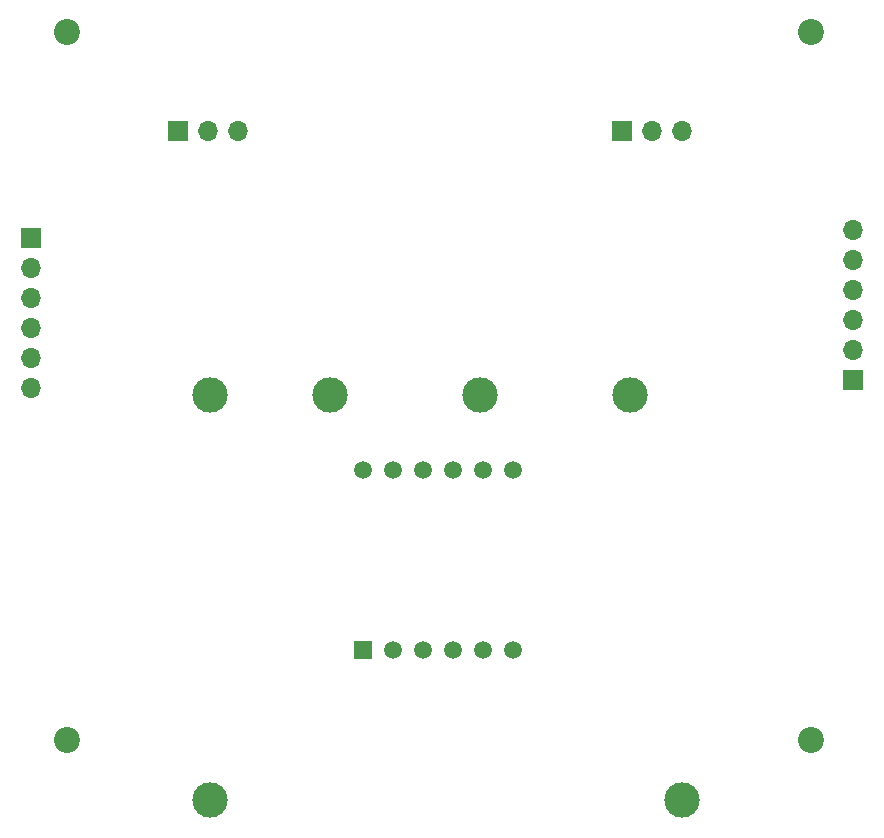
<source format=gbr>
%TF.GenerationSoftware,KiCad,Pcbnew,(5.1.7)-1*%
%TF.CreationDate,2021-04-06T19:20:52+02:00*%
%TF.ProjectId,central-panel,63656e74-7261-46c2-9d70-616e656c2e6b,rev?*%
%TF.SameCoordinates,Original*%
%TF.FileFunction,Soldermask,Bot*%
%TF.FilePolarity,Negative*%
%FSLAX46Y46*%
G04 Gerber Fmt 4.6, Leading zero omitted, Abs format (unit mm)*
G04 Created by KiCad (PCBNEW (5.1.7)-1) date 2021-04-06 19:20:52*
%MOMM*%
%LPD*%
G01*
G04 APERTURE LIST*
%ADD10C,3.000000*%
%ADD11O,1.700000X1.700000*%
%ADD12R,1.700000X1.700000*%
%ADD13C,2.200000*%
%ADD14C,1.500000*%
%ADD15R,1.500000X1.500000*%
G04 APERTURE END LIST*
D10*
%TO.C,TP6*%
X118895000Y-139085000D03*
%TD*%
D11*
%TO.C,J4*%
X133373000Y-90825000D03*
X133373000Y-93365000D03*
X133373000Y-95905000D03*
X133373000Y-98445000D03*
X133373000Y-100985000D03*
D12*
X133373000Y-103525000D03*
%TD*%
D10*
%TO.C,TP5*%
X78890000Y-139085000D03*
%TD*%
%TO.C,TP4*%
X114450000Y-104795000D03*
%TD*%
%TO.C,TP3*%
X101750000Y-104795000D03*
%TD*%
%TO.C,TP2*%
X89050000Y-104795000D03*
%TD*%
%TO.C,TP1*%
X78890000Y-104795000D03*
%TD*%
D11*
%TO.C,J1*%
X63777000Y-104160000D03*
X63777000Y-101620000D03*
X63777000Y-99080000D03*
X63777000Y-96540000D03*
X63777000Y-94000000D03*
D12*
X63777000Y-91460000D03*
%TD*%
D13*
%TO.C,H4*%
X66825000Y-134005000D03*
%TD*%
%TO.C,H3*%
X129817000Y-74061000D03*
%TD*%
%TO.C,H2*%
X129817000Y-134005000D03*
%TD*%
%TO.C,H1*%
X66825000Y-74061000D03*
%TD*%
D14*
%TO.C,U1*%
X91844000Y-111145000D03*
X94384000Y-111145000D03*
X96924000Y-111145000D03*
X99464000Y-111145000D03*
X102004000Y-111145000D03*
X104544000Y-111145000D03*
X104544000Y-126385000D03*
X102004000Y-126385000D03*
X99464000Y-126385000D03*
X96924000Y-126385000D03*
X94384000Y-126385000D03*
D15*
X91844000Y-126385000D03*
%TD*%
D12*
%TO.C,SW2*%
X113815000Y-82443000D03*
D11*
X116355000Y-82443000D03*
X118895000Y-82443000D03*
%TD*%
D12*
%TO.C,SW1*%
X76223000Y-82443000D03*
D11*
X78763000Y-82443000D03*
X81303000Y-82443000D03*
%TD*%
M02*

</source>
